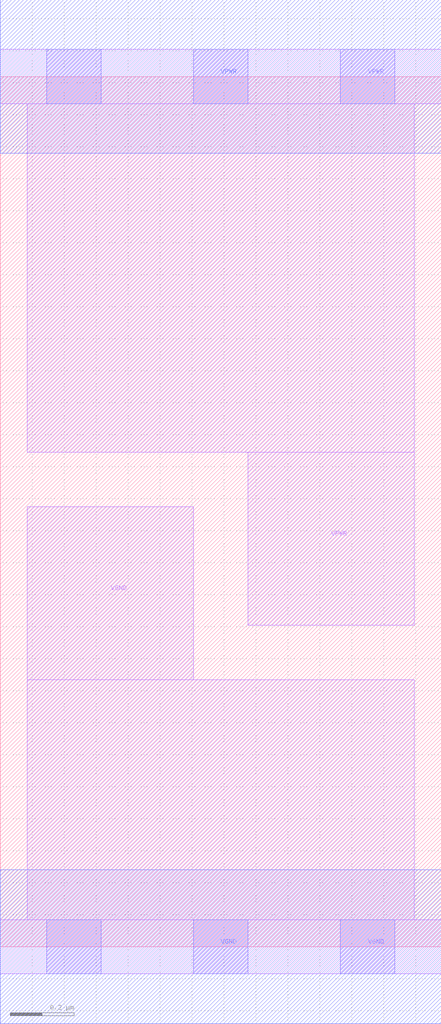
<source format=lef>
# Copyright 2020 The SkyWater PDK Authors
#
# Licensed under the Apache License, Version 2.0 (the "License");
# you may not use this file except in compliance with the License.
# You may obtain a copy of the License at
#
#     https://www.apache.org/licenses/LICENSE-2.0
#
# Unless required by applicable law or agreed to in writing, software
# distributed under the License is distributed on an "AS IS" BASIS,
# WITHOUT WARRANTIES OR CONDITIONS OF ANY KIND, either express or implied.
# See the License for the specific language governing permissions and
# limitations under the License.
#
# SPDX-License-Identifier: Apache-2.0

VERSION 5.7 ;
  NAMESCASESENSITIVE ON ;
  NOWIREEXTENSIONATPIN ON ;
  DIVIDERCHAR "/" ;
  BUSBITCHARS "[]" ;
UNITS
  DATABASE MICRONS 200 ;
END UNITS
MACRO sky130_fd_sc_hd__decap_3
  CLASS CORE ;
  SOURCE USER ;
  FOREIGN sky130_fd_sc_hd__decap_3 ;
  ORIGIN  0.000000  0.000000 ;
  SIZE  1.380000 BY  2.720000 ;
  SYMMETRY X Y R90 ;
  SITE unithd ;
  PIN VGND
    DIRECTION INOUT ;
    SHAPE ABUTMENT ;
    USE GROUND ;
    PORT
      LAYER li1 ;
        RECT 0.000000 -0.085000 1.380000 0.085000 ;
        RECT 0.085000  0.085000 1.295000 0.835000 ;
        RECT 0.085000  0.835000 0.605000 1.375000 ;
      LAYER mcon ;
        RECT 0.145000 -0.085000 0.315000 0.085000 ;
        RECT 0.605000 -0.085000 0.775000 0.085000 ;
        RECT 1.065000 -0.085000 1.235000 0.085000 ;
      LAYER met1 ;
        RECT 0.000000 -0.240000 1.380000 0.240000 ;
    END
  END VGND
  PIN VPWR
    DIRECTION INOUT ;
    SHAPE ABUTMENT ;
    USE POWER ;
    PORT
      LAYER li1 ;
        RECT 0.000000 2.635000 1.380000 2.805000 ;
        RECT 0.085000 1.545000 1.295000 2.635000 ;
        RECT 0.775000 1.005000 1.295000 1.545000 ;
      LAYER mcon ;
        RECT 0.145000 2.635000 0.315000 2.805000 ;
        RECT 0.605000 2.635000 0.775000 2.805000 ;
        RECT 1.065000 2.635000 1.235000 2.805000 ;
      LAYER met1 ;
        RECT 0.000000 2.480000 1.380000 2.960000 ;
    END
  END VPWR
END sky130_fd_sc_hd__decap_3
END LIBRARY

</source>
